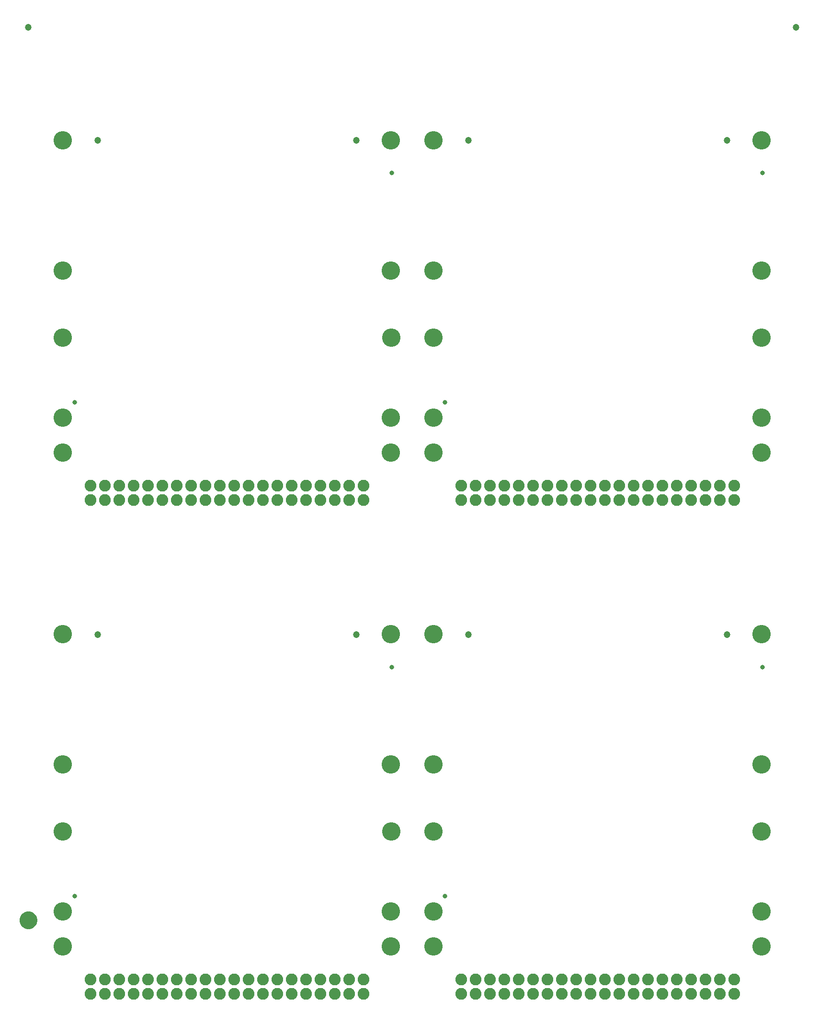
<source format=gbs>
G04 EAGLE Gerber RS-274X export*
G75*
%MOMM*%
%FSLAX34Y34*%
%LPD*%
%INSoldermask Bottom*%
%IPPOS*%
%AMOC8*
5,1,8,0,0,1.08239X$1,22.5*%
G01*
%ADD10C,3.251200*%
%ADD11C,0.838200*%
%ADD12C,1.203200*%
%ADD13C,2.082800*%
%ADD14C,1.270000*%
%ADD15C,1.703200*%


D10*
X615002Y657609D03*
X35002Y167809D03*
X615002Y167609D03*
X35002Y657609D03*
D11*
X616700Y599839D03*
X55548Y194937D03*
D12*
X96402Y657309D03*
X553602Y657309D03*
D13*
X83756Y47609D03*
X83756Y22209D03*
X109156Y47609D03*
X109156Y22209D03*
X134556Y47609D03*
X134556Y22209D03*
X159956Y47609D03*
X159956Y22209D03*
X185356Y47609D03*
X185356Y22209D03*
X210756Y47609D03*
X210756Y22209D03*
X236156Y47609D03*
X236156Y22209D03*
X261556Y47609D03*
X261556Y22209D03*
X286956Y47609D03*
X286956Y22209D03*
X312356Y47609D03*
X312356Y22209D03*
X337756Y47609D03*
X337756Y22209D03*
X363156Y47609D03*
X363156Y22209D03*
X388556Y47609D03*
X388556Y22209D03*
X413956Y47609D03*
X413956Y22209D03*
X439356Y47609D03*
X439356Y22209D03*
X464756Y47609D03*
X464756Y22209D03*
X490156Y47609D03*
X490156Y22209D03*
X515556Y47609D03*
X515556Y22209D03*
X540956Y47609D03*
X540956Y22209D03*
X566356Y47609D03*
X566356Y22209D03*
D10*
X615002Y427409D03*
X35002Y427339D03*
X35002Y308989D03*
X615202Y308989D03*
X615002Y105789D03*
X35002Y105789D03*
X1270093Y657609D03*
X690093Y167809D03*
X1270093Y167609D03*
X690093Y657609D03*
D11*
X1271791Y599839D03*
X710639Y194937D03*
D12*
X751493Y657309D03*
X1208693Y657309D03*
D13*
X738847Y47609D03*
X738847Y22209D03*
X764247Y47609D03*
X764247Y22209D03*
X789647Y47609D03*
X789647Y22209D03*
X815047Y47609D03*
X815047Y22209D03*
X840447Y47609D03*
X840447Y22209D03*
X865847Y47609D03*
X865847Y22209D03*
X891247Y47609D03*
X891247Y22209D03*
X916647Y47609D03*
X916647Y22209D03*
X942047Y47609D03*
X942047Y22209D03*
X967447Y47609D03*
X967447Y22209D03*
X992847Y47609D03*
X992847Y22209D03*
X1018247Y47609D03*
X1018247Y22209D03*
X1043647Y47609D03*
X1043647Y22209D03*
X1069047Y47609D03*
X1069047Y22209D03*
X1094447Y47609D03*
X1094447Y22209D03*
X1119847Y47609D03*
X1119847Y22209D03*
X1145247Y47609D03*
X1145247Y22209D03*
X1170647Y47609D03*
X1170647Y22209D03*
X1196047Y47609D03*
X1196047Y22209D03*
X1221447Y47609D03*
X1221447Y22209D03*
D10*
X1270093Y427409D03*
X690093Y427339D03*
X690093Y308989D03*
X1270293Y308989D03*
X1270093Y105789D03*
X690093Y105789D03*
X615002Y1530709D03*
X35002Y1040909D03*
X615002Y1040709D03*
X35002Y1530709D03*
D11*
X616700Y1472939D03*
X55548Y1068037D03*
D12*
X96402Y1530409D03*
X553602Y1530409D03*
D13*
X83756Y920709D03*
X83756Y895309D03*
X109156Y920709D03*
X109156Y895309D03*
X134556Y920709D03*
X134556Y895309D03*
X159956Y920709D03*
X159956Y895309D03*
X185356Y920709D03*
X185356Y895309D03*
X210756Y920709D03*
X210756Y895309D03*
X236156Y920709D03*
X236156Y895309D03*
X261556Y920709D03*
X261556Y895309D03*
X286956Y920709D03*
X286956Y895309D03*
X312356Y920709D03*
X312356Y895309D03*
X337756Y920709D03*
X337756Y895309D03*
X363156Y920709D03*
X363156Y895309D03*
X388556Y920709D03*
X388556Y895309D03*
X413956Y920709D03*
X413956Y895309D03*
X439356Y920709D03*
X439356Y895309D03*
X464756Y920709D03*
X464756Y895309D03*
X490156Y920709D03*
X490156Y895309D03*
X515556Y920709D03*
X515556Y895309D03*
X540956Y920709D03*
X540956Y895309D03*
X566356Y920709D03*
X566356Y895309D03*
D10*
X615002Y1300509D03*
X35002Y1300439D03*
X35002Y1182089D03*
X615202Y1182089D03*
X615002Y978889D03*
X35002Y978889D03*
X1270093Y1530709D03*
X690093Y1040909D03*
X1270093Y1040709D03*
X690093Y1530709D03*
D11*
X1271791Y1472939D03*
X710639Y1068037D03*
D12*
X751493Y1530409D03*
X1208693Y1530409D03*
D13*
X738847Y920709D03*
X738847Y895309D03*
X764247Y920709D03*
X764247Y895309D03*
X789647Y920709D03*
X789647Y895309D03*
X815047Y920709D03*
X815047Y895309D03*
X840447Y920709D03*
X840447Y895309D03*
X865847Y920709D03*
X865847Y895309D03*
X891247Y920709D03*
X891247Y895309D03*
X916647Y920709D03*
X916647Y895309D03*
X942047Y920709D03*
X942047Y895309D03*
X967447Y920709D03*
X967447Y895309D03*
X992847Y920709D03*
X992847Y895309D03*
X1018247Y920709D03*
X1018247Y895309D03*
X1043647Y920709D03*
X1043647Y895309D03*
X1069047Y920709D03*
X1069047Y895309D03*
X1094447Y920709D03*
X1094447Y895309D03*
X1119847Y920709D03*
X1119847Y895309D03*
X1145247Y920709D03*
X1145247Y895309D03*
X1170647Y920709D03*
X1170647Y895309D03*
X1196047Y920709D03*
X1196047Y895309D03*
X1221447Y920709D03*
X1221447Y895309D03*
D10*
X1270093Y1300509D03*
X690093Y1300439D03*
X690093Y1182089D03*
X1270293Y1182089D03*
X1270093Y978889D03*
X690093Y978889D03*
D12*
X-26238Y1730299D03*
X1331316Y1730299D03*
D14*
X-35293Y152400D02*
X-35290Y152622D01*
X-35282Y152844D01*
X-35268Y153066D01*
X-35249Y153288D01*
X-35225Y153508D01*
X-35195Y153729D01*
X-35160Y153948D01*
X-35119Y154167D01*
X-35073Y154384D01*
X-35022Y154600D01*
X-34965Y154815D01*
X-34903Y155029D01*
X-34836Y155240D01*
X-34764Y155451D01*
X-34686Y155659D01*
X-34604Y155865D01*
X-34516Y156069D01*
X-34424Y156272D01*
X-34326Y156471D01*
X-34224Y156668D01*
X-34117Y156863D01*
X-34005Y157055D01*
X-33888Y157244D01*
X-33767Y157431D01*
X-33641Y157614D01*
X-33511Y157794D01*
X-33376Y157971D01*
X-33238Y158144D01*
X-33095Y158314D01*
X-32947Y158481D01*
X-32796Y158644D01*
X-32641Y158803D01*
X-32482Y158958D01*
X-32319Y159109D01*
X-32152Y159257D01*
X-31982Y159400D01*
X-31809Y159538D01*
X-31632Y159673D01*
X-31452Y159803D01*
X-31269Y159929D01*
X-31082Y160050D01*
X-30893Y160167D01*
X-30701Y160279D01*
X-30506Y160386D01*
X-30309Y160488D01*
X-30110Y160586D01*
X-29907Y160678D01*
X-29703Y160766D01*
X-29497Y160848D01*
X-29289Y160926D01*
X-29078Y160998D01*
X-28867Y161065D01*
X-28653Y161127D01*
X-28438Y161184D01*
X-28222Y161235D01*
X-28005Y161281D01*
X-27786Y161322D01*
X-27567Y161357D01*
X-27346Y161387D01*
X-27126Y161411D01*
X-26904Y161430D01*
X-26682Y161444D01*
X-26460Y161452D01*
X-26238Y161455D01*
X-26016Y161452D01*
X-25794Y161444D01*
X-25572Y161430D01*
X-25350Y161411D01*
X-25130Y161387D01*
X-24909Y161357D01*
X-24690Y161322D01*
X-24471Y161281D01*
X-24254Y161235D01*
X-24038Y161184D01*
X-23823Y161127D01*
X-23609Y161065D01*
X-23398Y160998D01*
X-23187Y160926D01*
X-22979Y160848D01*
X-22773Y160766D01*
X-22569Y160678D01*
X-22366Y160586D01*
X-22167Y160488D01*
X-21970Y160386D01*
X-21775Y160279D01*
X-21583Y160167D01*
X-21394Y160050D01*
X-21207Y159929D01*
X-21024Y159803D01*
X-20844Y159673D01*
X-20667Y159538D01*
X-20494Y159400D01*
X-20324Y159257D01*
X-20157Y159109D01*
X-19994Y158958D01*
X-19835Y158803D01*
X-19680Y158644D01*
X-19529Y158481D01*
X-19381Y158314D01*
X-19238Y158144D01*
X-19100Y157971D01*
X-18965Y157794D01*
X-18835Y157614D01*
X-18709Y157431D01*
X-18588Y157244D01*
X-18471Y157055D01*
X-18359Y156863D01*
X-18252Y156668D01*
X-18150Y156471D01*
X-18052Y156272D01*
X-17960Y156069D01*
X-17872Y155865D01*
X-17790Y155659D01*
X-17712Y155451D01*
X-17640Y155240D01*
X-17573Y155029D01*
X-17511Y154815D01*
X-17454Y154600D01*
X-17403Y154384D01*
X-17357Y154167D01*
X-17316Y153948D01*
X-17281Y153729D01*
X-17251Y153508D01*
X-17227Y153288D01*
X-17208Y153066D01*
X-17194Y152844D01*
X-17186Y152622D01*
X-17183Y152400D01*
X-17186Y152178D01*
X-17194Y151956D01*
X-17208Y151734D01*
X-17227Y151512D01*
X-17251Y151292D01*
X-17281Y151071D01*
X-17316Y150852D01*
X-17357Y150633D01*
X-17403Y150416D01*
X-17454Y150200D01*
X-17511Y149985D01*
X-17573Y149771D01*
X-17640Y149560D01*
X-17712Y149349D01*
X-17790Y149141D01*
X-17872Y148935D01*
X-17960Y148731D01*
X-18052Y148528D01*
X-18150Y148329D01*
X-18252Y148132D01*
X-18359Y147937D01*
X-18471Y147745D01*
X-18588Y147556D01*
X-18709Y147369D01*
X-18835Y147186D01*
X-18965Y147006D01*
X-19100Y146829D01*
X-19238Y146656D01*
X-19381Y146486D01*
X-19529Y146319D01*
X-19680Y146156D01*
X-19835Y145997D01*
X-19994Y145842D01*
X-20157Y145691D01*
X-20324Y145543D01*
X-20494Y145400D01*
X-20667Y145262D01*
X-20844Y145127D01*
X-21024Y144997D01*
X-21207Y144871D01*
X-21394Y144750D01*
X-21583Y144633D01*
X-21775Y144521D01*
X-21970Y144414D01*
X-22167Y144312D01*
X-22366Y144214D01*
X-22569Y144122D01*
X-22773Y144034D01*
X-22979Y143952D01*
X-23187Y143874D01*
X-23398Y143802D01*
X-23609Y143735D01*
X-23823Y143673D01*
X-24038Y143616D01*
X-24254Y143565D01*
X-24471Y143519D01*
X-24690Y143478D01*
X-24909Y143443D01*
X-25130Y143413D01*
X-25350Y143389D01*
X-25572Y143370D01*
X-25794Y143356D01*
X-26016Y143348D01*
X-26238Y143345D01*
X-26460Y143348D01*
X-26682Y143356D01*
X-26904Y143370D01*
X-27126Y143389D01*
X-27346Y143413D01*
X-27567Y143443D01*
X-27786Y143478D01*
X-28005Y143519D01*
X-28222Y143565D01*
X-28438Y143616D01*
X-28653Y143673D01*
X-28867Y143735D01*
X-29078Y143802D01*
X-29289Y143874D01*
X-29497Y143952D01*
X-29703Y144034D01*
X-29907Y144122D01*
X-30110Y144214D01*
X-30309Y144312D01*
X-30506Y144414D01*
X-30701Y144521D01*
X-30893Y144633D01*
X-31082Y144750D01*
X-31269Y144871D01*
X-31452Y144997D01*
X-31632Y145127D01*
X-31809Y145262D01*
X-31982Y145400D01*
X-32152Y145543D01*
X-32319Y145691D01*
X-32482Y145842D01*
X-32641Y145997D01*
X-32796Y146156D01*
X-32947Y146319D01*
X-33095Y146486D01*
X-33238Y146656D01*
X-33376Y146829D01*
X-33511Y147006D01*
X-33641Y147186D01*
X-33767Y147369D01*
X-33888Y147556D01*
X-34005Y147745D01*
X-34117Y147937D01*
X-34224Y148132D01*
X-34326Y148329D01*
X-34424Y148528D01*
X-34516Y148731D01*
X-34604Y148935D01*
X-34686Y149141D01*
X-34764Y149349D01*
X-34836Y149560D01*
X-34903Y149771D01*
X-34965Y149985D01*
X-35022Y150200D01*
X-35073Y150416D01*
X-35119Y150633D01*
X-35160Y150852D01*
X-35195Y151071D01*
X-35225Y151292D01*
X-35249Y151512D01*
X-35268Y151734D01*
X-35282Y151956D01*
X-35290Y152178D01*
X-35293Y152400D01*
D15*
X-26238Y152400D03*
M02*

</source>
